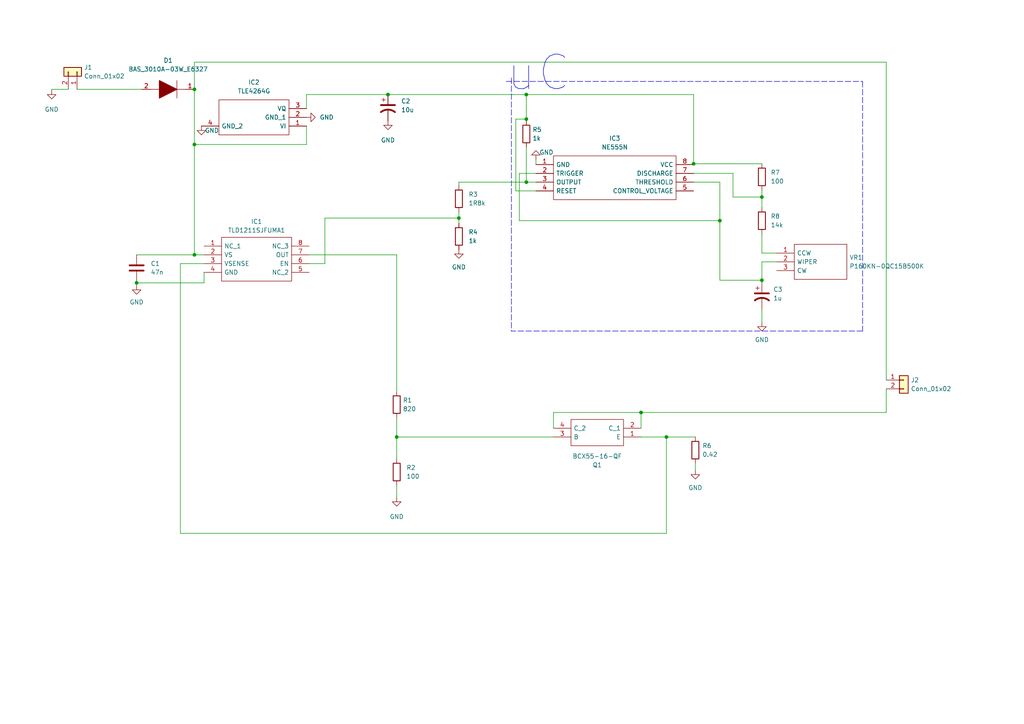
<source format=kicad_sch>
(kicad_sch (version 20211123) (generator eeschema)
  (paper "A4")
  (lib_symbols
    (symbol "Connector_Generic:Conn_01x02" (pin_names (offset 1.016) hide)
      (property "Reference" "J" (at 0 2.54 0))
      (property "Value" "Conn_01x02" (at 0 -5.08 0))
      (symbol "Conn_01x02_1_1"
        (rectangle (start -1.27 -2.413) (end 0 -2.667) (stroke (width 0.1524)))
        (rectangle (start -1.27 0.127) (end 0 -0.127) (stroke (width 0.1524)))
        (rectangle (start -1.27 1.27) (end 1.27 -3.81) (stroke (width 0.254)) (fill (type background)))
        (pin passive line (at -5.08 0 0) (length 3.81) (name "Pin_1") (number "1"))
        (pin passive line (at -5.08 -2.54 0) (length 3.81) (name "Pin_2") (number "2"))
      )
    )
    (symbol "Device:C" (pin_numbers hide) (pin_names (offset 0.254))
      (property "Reference" "C" (at 0.635 2.54 0))
      (property "Value" "C" (at 0.635 -2.54 0))
      (symbol "C_0_1"
        (polyline (pts (xy -2.032 -0.762) (xy 2.032 -0.762)) (stroke (width 0.508)))
        (polyline (pts (xy -2.032 0.762) (xy 2.032 0.762)) (stroke (width 0.508)))
      )
      (symbol "C_1_1"
        (pin passive line (at 0 3.81 270) (length 2.794) (name "~") (number "1"))
        (pin passive line (at 0 -3.81 90) (length 2.794) (name "~") (number "2"))
      )
    )
    (symbol "Device:C_Polarized_US" (pin_numbers hide) (pin_names (offset 0.254) hide)
      (property "Reference" "C" (at 0.635 2.54 0))
      (property "Value" "C_Polarized_US" (at 0.635 -2.54 0))
      (symbol "C_Polarized_US_0_1"
        (polyline (pts (xy -2.032 0.762) (xy 2.032 0.762)) (stroke (width 0.508)))
        (polyline (pts (xy -1.778 2.286) (xy -0.762 2.286)))
        (polyline (pts (xy -1.27 1.778) (xy -1.27 2.794)))
        (arc (start 2.032 -1.27) (mid 0 -0.5572) (end -2.032 -1.27) (stroke (width 0.508)))
      )
      (symbol "C_Polarized_US_1_1"
        (pin passive line (at 0 3.81 270) (length 2.794) (name "~") (number "1"))
        (pin passive line (at 0 -3.81 90) (length 3.302) (name "~") (number "2"))
      )
    )
    (symbol "Device:R" (pin_numbers hide) (pin_names (offset 0))
      (property "Reference" "R" (at 2.032 0 90))
      (property "Value" "R" (at 0 0 90))
      (symbol "R_0_1"
        (rectangle (start -1.016 -2.54) (end 1.016 2.54) (stroke (width 0.254)))
      )
      (symbol "R_1_1"
        (pin passive line (at 0 3.81 270) (length 1.27) (name "~") (number "1"))
        (pin passive line (at 0 -3.81 90) (length 1.27) (name "~") (number "2"))
      )
    )
    (symbol "power:GND" (power) (pin_names (offset 0))
      (property "Value" "GND" (at 0 -3.81 0))
      (symbol "GND_0_1"
        (polyline (pts (xy 0 0) (xy 0 -1.27) (xy 1.27 -1.27) (xy 0 -2.54) (xy -1.27 -1.27) (xy 0 -1.27)))
      )
      (symbol "GND_1_1"
        (pin power_in line (at 0 0 270) (length 0) hide (name "GND") (number "1"))
      )
    )
    (symbol "İNDİRİLENLER:BAS_3010A-03W_E6327" (pin_names (offset 0.762))
      (property "Reference" "D" (at 11.43 5.08 0))
      (property "Value" "BAS_3010A-03W_E6327" (at 11.43 2.54 0))
      (symbol "BAS_3010A-03W_E6327_0_0"
        (pin passive line (at 0 0 0) (length 2.54) (name "~") (number "1"))
        (pin passive line (at 15.24 0 180) (length 2.54) (name "~") (number "2"))
      )
      (symbol "BAS_3010A-03W_E6327_0_1"
        (polyline (pts (xy 2.54 0) (xy 5.08 0)) (stroke (width 0.1524)))
        (polyline (pts (xy 5.08 2.54) (xy 5.08 -2.54)) (stroke (width 0.1524)))
        (polyline (pts (xy 10.16 0) (xy 12.7 0)) (stroke (width 0.1524)))
        (polyline (pts (xy 5.08 0) (xy 10.16 2.54) (xy 10.16 -2.54) (xy 5.08 0)) (stroke (width 0.254)) (fill (type outline)))
      )
    )
    (symbol "İNDİRİLENLER:BCX55-16-QF" (pin_names (offset 0.762))
      (property "Reference" "Q" (at 21.59 7.62 0))
      (property "Value" "BCX55-16-QF" (at 21.59 5.08 0))
      (symbol "BCX55-16-QF_0_0"
        (pin passive line (at 0 0 0) (length 5.08) (name "E") (number "1"))
        (pin passive line (at 0 -2.54 0) (length 5.08) (name "C_1") (number "2"))
        (pin passive line (at 25.4 0 180) (length 5.08) (name "B") (number "3"))
        (pin passive line (at 25.4 -2.54 180) (length 5.08) (name "C_2") (number "4"))
      )
      (symbol "BCX55-16-QF_0_1"
        (polyline (pts (xy 5.08 2.54) (xy 20.32 2.54) (xy 20.32 -5.08) (xy 5.08 -5.08) (xy 5.08 2.54)) (stroke (width 0.1524)))
      )
    )
    (symbol "İNDİRİLENLER:NE555N" (pin_names (offset 0.762))
      (property "Reference" "IC" (at 41.91 7.62 0))
      (property "Value" "NE555N" (at 41.91 5.08 0))
      (symbol "NE555N_0_0"
        (pin passive line (at 0 0 0) (length 5.08) (name "GND") (number "1"))
        (pin passive line (at 0 -2.54 0) (length 5.08) (name "TRIGGER") (number "2"))
        (pin passive line (at 0 -5.08 0) (length 5.08) (name "OUTPUT") (number "3"))
        (pin passive line (at 0 -7.62 0) (length 5.08) (name "RESET") (number "4"))
        (pin passive line (at 45.72 -7.62 180) (length 5.08) (name "CONTROL_VOLTAGE") (number "5"))
        (pin passive line (at 45.72 -5.08 180) (length 5.08) (name "THRESHOLD") (number "6"))
        (pin passive line (at 45.72 -2.54 180) (length 5.08) (name "DISCHARGE") (number "7"))
        (pin passive line (at 45.72 0 180) (length 5.08) (name "VCC") (number "8"))
      )
      (symbol "NE555N_0_1"
        (polyline (pts (xy 5.08 2.54) (xy 40.64 2.54) (xy 40.64 -10.16) (xy 5.08 -10.16) (xy 5.08 2.54)) (stroke (width 0.1524)))
      )
    )
    (symbol "İNDİRİLENLER:P160KN-0QC15B500K" (pin_names (offset 0.762))
      (property "Reference" "VR" (at 21.59 7.62 0))
      (property "Value" "P160KN-0QC15B500K" (at 21.59 5.08 0))
      (symbol "P160KN-0QC15B500K_0_0"
        (pin passive line (at 0 0 0) (length 5.08) (name "CCW") (number "1"))
        (pin passive line (at 0 -2.54 0) (length 5.08) (name "WIPER") (number "2"))
        (pin passive line (at 0 -5.08 0) (length 5.08) (name "CW") (number "3"))
      )
      (symbol "P160KN-0QC15B500K_0_1"
        (polyline (pts (xy 5.08 2.54) (xy 20.32 2.54) (xy 20.32 -7.62) (xy 5.08 -7.62) (xy 5.08 2.54)) (stroke (width 0.1524)))
      )
    )
    (symbol "İNDİRİLENLER:TLD1211SJFUMA1" (pin_names (offset 0.762))
      (property "Reference" "IC" (at 26.67 7.62 0))
      (property "Value" "TLD1211SJFUMA1" (at 26.67 5.08 0))
      (symbol "TLD1211SJFUMA1_0_0"
        (pin passive line (at 0 0 0) (length 5.08) (name "NC_1") (number "1"))
        (pin passive line (at 0 -2.54 0) (length 5.08) (name "VS") (number "2"))
        (pin passive line (at 0 -5.08 0) (length 5.08) (name "VSENSE") (number "3"))
        (pin passive line (at 0 -7.62 0) (length 5.08) (name "GND") (number "4"))
        (pin passive line (at 30.48 -7.62 180) (length 5.08) (name "NC_2") (number "5"))
        (pin passive line (at 30.48 -5.08 180) (length 5.08) (name "EN") (number "6"))
        (pin passive line (at 30.48 -2.54 180) (length 5.08) (name "OUT") (number "7"))
        (pin passive line (at 30.48 0 180) (length 5.08) (name "NC_3") (number "8"))
      )
      (symbol "TLD1211SJFUMA1_0_1"
        (polyline (pts (xy 5.08 2.54) (xy 25.4 2.54) (xy 25.4 -10.16) (xy 5.08 -10.16) (xy 5.08 2.54)) (stroke (width 0.1524)))
      )
    )
    (symbol "İNDİRİLENLER:TLE4264G" (pin_names (offset 0.762))
      (property "Reference" "IC" (at 26.67 7.62 0))
      (property "Value" "TLE4264G" (at 26.67 5.08 0))
      (symbol "TLE4264G_0_0"
        (pin passive line (at 0 0 0) (length 5.08) (name "VI") (number "1"))
        (pin passive line (at 0 -2.54 0) (length 5.08) (name "GND_1") (number "2"))
        (pin passive line (at 0 -5.08 0) (length 5.08) (name "VQ") (number "3"))
        (pin passive line (at 30.48 0 180) (length 5.08) (name "GND_2") (number "4"))
      )
      (symbol "TLE4264G_0_1"
        (polyline (pts (xy 5.08 2.54) (xy 25.4 2.54) (xy 25.4 -7.62) (xy 5.08 -7.62) (xy 5.08 2.54)) (stroke (width 0.1524)))
      )
    )
  )
  (junction (at 56.388 41.91))
  (junction (at 115.062 126.746))
  (junction (at 220.98 81.28))
  (junction (at 201.168 47.498))
  (junction (at 208.788 64.008))
  (junction (at 133.096 63.246))
  (junction (at 56.388 25.908))
  (junction (at 220.98 57.15))
  (junction (at 152.654 52.832))
  (junction (at 193.294 126.746))
  (junction (at 152.654 27.432))
  (junction (at 152.654 34.544))
  (junction (at 185.928 119.634))
  (junction (at 56.388 73.914))
  (junction (at 112.522 27.432))
  (junction (at 39.624 82.042))
  (wire (pts (xy 56.388 25.908) (xy 56.388 18.034)))
  (wire (pts (xy 115.062 126.746) (xy 115.062 133.096)))
  (wire (pts (xy 185.928 126.746) (xy 193.294 126.746)))
  (wire (pts (xy 115.062 140.716) (xy 115.062 144.272)))
  (polyline (pts (xy 250.19 96.012) (xy 148.336 96.012)))
  (wire (pts (xy 150.622 50.292) (xy 155.448 50.292)))
  (wire (pts (xy 201.168 47.752) (xy 201.168 47.498)))
  (wire (pts (xy 112.522 27.432) (xy 152.654 27.432)))
  (wire (pts (xy 88.9 31.496) (xy 88.9 27.432)))
  (wire (pts (xy 56.388 41.91) (xy 56.388 73.914)))
  (wire (pts (xy 193.294 154.686) (xy 193.294 126.746)))
  (wire (pts (xy 212.598 50.292) (xy 212.598 57.15)))
  (wire (pts (xy 225.298 75.946) (xy 220.98 75.946)))
  (wire (pts (xy 152.654 34.544) (xy 152.654 35.052)))
  (wire (pts (xy 59.182 76.454) (xy 52.324 76.454)))
  (wire (pts (xy 208.788 64.008) (xy 208.788 81.28)))
  (wire (pts (xy 160.528 124.206) (xy 160.528 119.634)))
  (wire (pts (xy 89.662 73.914) (xy 115.062 73.914)))
  (wire (pts (xy 152.654 42.672) (xy 152.654 52.832)))
  (wire (pts (xy 220.98 75.946) (xy 220.98 81.28)))
  (wire (pts (xy 201.168 47.498) (xy 201.168 27.432)))
  (wire (pts (xy 201.168 52.832) (xy 208.788 52.832)))
  (wire (pts (xy 150.622 64.008) (xy 150.622 50.292)))
  (wire (pts (xy 88.9 36.576) (xy 88.9 41.91)))
  (wire (pts (xy 152.654 27.432) (xy 152.654 34.544)))
  (wire (pts (xy 220.98 55.118) (xy 220.98 57.15)))
  (wire (pts (xy 152.654 52.832) (xy 133.096 52.832)))
  (wire (pts (xy 94.234 63.246) (xy 94.234 76.454)))
  (wire (pts (xy 39.624 82.042) (xy 59.182 82.042)))
  (wire (pts (xy 133.096 63.246) (xy 133.096 64.77)))
  (wire (pts (xy 59.182 73.914) (xy 56.388 73.914)))
  (wire (pts (xy 39.624 73.914) (xy 56.388 73.914)))
  (wire (pts (xy 133.096 61.468) (xy 133.096 63.246)))
  (polyline (pts (xy 146.812 23.622) (xy 250.19 23.622)))
  (wire (pts (xy 39.624 82.042) (xy 39.624 81.534)))
  (wire (pts (xy 14.986 25.908) (xy 14.986 26.162)))
  (wire (pts (xy 115.062 73.914) (xy 115.062 113.538)))
  (wire (pts (xy 56.388 41.91) (xy 56.388 25.908)))
  (wire (pts (xy 22.352 25.908) (xy 41.148 25.908)))
  (wire (pts (xy 52.324 76.454) (xy 52.324 154.686)))
  (wire (pts (xy 152.654 52.832) (xy 155.448 52.832)))
  (wire (pts (xy 155.448 46.228) (xy 155.448 47.752)))
  (wire (pts (xy 185.928 119.634) (xy 185.928 124.206)))
  (wire (pts (xy 88.9 27.432) (xy 112.522 27.432)))
  (wire (pts (xy 39.624 82.804) (xy 39.624 82.042)))
  (wire (pts (xy 59.182 78.994) (xy 59.182 82.042)))
  (wire (pts (xy 201.168 47.498) (xy 220.98 47.498)))
  (wire (pts (xy 133.096 63.246) (xy 94.234 63.246)))
  (wire (pts (xy 149.606 34.544) (xy 152.654 34.544)))
  (wire (pts (xy 155.448 55.372) (xy 149.606 55.372)))
  (wire (pts (xy 115.062 126.746) (xy 160.528 126.746)))
  (wire (pts (xy 201.676 134.366) (xy 201.676 136.398)))
  (wire (pts (xy 88.9 41.91) (xy 56.388 41.91)))
  (wire (pts (xy 257.048 119.634) (xy 185.928 119.634)))
  (wire (pts (xy 257.048 18.034) (xy 257.048 110.236)))
  (wire (pts (xy 201.168 27.432) (xy 152.654 27.432)))
  (wire (pts (xy 149.606 55.372) (xy 149.606 34.544)))
  (wire (pts (xy 56.388 18.034) (xy 257.048 18.034)))
  (wire (pts (xy 220.98 67.818) (xy 220.98 73.406)))
  (wire (pts (xy 220.98 73.406) (xy 225.298 73.406)))
  (wire (pts (xy 208.788 64.008) (xy 150.622 64.008)))
  (wire (pts (xy 220.98 81.28) (xy 220.98 82.042)))
  (wire (pts (xy 220.98 57.15) (xy 220.98 60.198)))
  (polyline (pts (xy 250.19 23.622) (xy 250.19 96.012)))
  (wire (pts (xy 133.096 52.832) (xy 133.096 53.848)))
  (wire (pts (xy 220.98 89.662) (xy 220.98 93.472)))
  (wire (pts (xy 94.234 76.454) (xy 89.662 76.454)))
  (wire (pts (xy 212.598 57.15) (xy 220.98 57.15)))
  (wire (pts (xy 201.168 50.292) (xy 212.598 50.292)))
  (wire (pts (xy 193.294 126.746) (xy 201.676 126.746)))
  (wire (pts (xy 115.062 121.158) (xy 115.062 126.746)))
  (wire (pts (xy 160.528 119.634) (xy 185.928 119.634)))
  (wire (pts (xy 19.812 25.908) (xy 14.986 25.908)))
  (wire (pts (xy 208.788 52.832) (xy 208.788 64.008)))
  (wire (pts (xy 52.324 154.686) (xy 193.294 154.686)))
  (wire (pts (xy 257.048 112.776) (xy 257.048 119.634)))
  (wire (pts (xy 208.788 81.28) (xy 220.98 81.28)))
  (polyline (pts (xy 148.336 22.606) (xy 148.336 96.012)))
  (text "uC" (at 146.558 27.178 0) (effects (font (size 10 10)) (justify left bottom)))
  (symbol (lib_id "İNDİRİLENLER:P160KN-0QC15B500K") (at 225.298 73.406 0) (unit 1)
    (property "Reference" "VR1" (at 246.38 74.6759 0) (effects (justify left)))
    (property "Value" "P160KN-0QC15B500K" (at 246.38 77.2159 0) (effects (justify left)))
    (property "Footprint" "İNDİRİLENLER:P160KN0QC15B500K" (effects hide))
    (property "Datasheet" "http://www.farnell.com/datasheets/2331843.pdf" (effects hide))
    (property "Description" "Rotary Potentionmeter" (effects hide))
    (property "Height" "21" (effects hide))
    (property "Manufacturer_Name" "TT Electronics" (effects hide))
    (property "Manufacturer_Part_Number" "P160KN-0QC15B500K" (effects hide))
    (property "Mouser Part Number" "858-P160KN0QC15B500K" (effects hide))
    (property "Mouser Price/Stock" "https://www.mouser.co.uk/ProductDetail/BI-Technologies-TT-Electronics/P160KN-0QC15B500K?qs=%252BUYXD5bnyXqrvTnJjhEsOw%3D%3D" (effects hide))
    (property "Arrow Part Number" "P160KN-0QC15B500K" (effects hide))
    (property "Arrow Price/Stock" "https://www.arrow.com/en/products/p160kn-0qc15b500k/bi-technologies?region=nac" (effects hide))
  )
  (symbol (lib_id "Device:C_Polarized_US") (at 112.522 31.242 0) (unit 1)
    (property "Reference" "C2" (at 116.332 29.3369 0) (effects (justify left)))
    (property "Value" "10u" (at 116.332 31.8769 0) (effects (justify left)))
    (property "Footprint" "Capacitor_THT:CP_Radial_D10.0mm_P2.50mm" (effects hide))
  )
  (symbol (lib_id "power:GND") (at 115.062 144.272 0) (unit 1)
    (property "Reference" "#PWR06" (effects hide))
    (property "Value" "GND" (at 115.062 149.86 0))
  )
  (symbol (lib_id "Device:R") (at 115.062 136.906 0) (unit 1)
    (property "Reference" "R2" (at 117.856 135.6359 0) (effects (justify left)))
    (property "Value" "100" (at 117.856 138.1759 0) (effects (justify left)))
    (property "Footprint" "Resistor_THT:R_Axial_DIN0309_L9.0mm_D3.2mm_P12.70mm_Horizontal" (effects hide))
  )
  (symbol (lib_id "Device:C_Polarized_US") (at 220.98 85.852 0) (unit 1)
    (property "Reference" "C3" (at 224.282 83.9469 0) (effects (justify left)))
    (property "Value" "1u" (at 224.282 86.4869 0) (effects (justify left)))
    (property "Footprint" "Capacitor_THT:CP_Radial_D10.0mm_P2.50mm" (effects hide))
  )
  (symbol (lib_id "Device:R") (at 133.096 57.658 0) (unit 1)
    (property "Reference" "R3" (at 135.89 56.3879 0) (effects (justify left)))
    (property "Value" "1R8k" (at 135.89 58.9279 0) (effects (justify left)))
    (property "Footprint" "Resistor_THT:R_Axial_DIN0309_L9.0mm_D3.2mm_P12.70mm_Horizontal" (effects hide))
  )
  (symbol (lib_id "Connector_Generic:Conn_01x02") (at 22.352 20.828 270) (mirror x) (unit 1)
    (property "Reference" "J1" (at 24.384 19.5579 90) (effects (justify left)))
    (property "Value" "Conn_01x02" (at 24.384 22.0979 90) (effects (justify left)))
    (property "Footprint" "Connector_PinHeader_2.54mm:PinHeader_1x02_P2.54mm_Vertical" (effects hide))
  )
  (symbol (lib_id "Device:R") (at 220.98 64.008 0) (unit 1)
    (property "Reference" "R8" (at 223.52 62.7379 0) (effects (justify left)))
    (property "Value" "14k" (at 223.52 65.2779 0) (effects (justify left)))
    (property "Footprint" "Resistor_THT:R_Axial_DIN0309_L9.0mm_D3.2mm_P12.70mm_Horizontal" (effects hide))
  )
  (symbol (lib_id "power:GND") (at 133.096 72.39 0) (unit 1)
    (property "Reference" "#PWR07" (effects hide))
    (property "Value" "GND" (at 133.096 77.47 0))
  )
  (symbol (lib_id "power:GND") (at 220.98 93.472 0) (unit 1)
    (property "Reference" "#PWR010" (effects hide))
    (property "Value" "GND" (at 220.98 98.552 0))
  )
  (symbol (lib_id "Device:R") (at 152.654 38.862 0) (unit 1)
    (property "Reference" "R5" (at 154.432 37.5919 0) (effects (justify left)))
    (property "Value" "1k" (at 154.432 40.1319 0) (effects (justify left)))
    (property "Footprint" "Resistor_THT:R_Axial_DIN0309_L9.0mm_D3.2mm_P12.70mm_Horizontal" (effects hide))
  )
  (symbol (lib_id "power:GND") (at 155.448 46.228 180) (unit 1)
    (property "Reference" "#PWR08" (effects hide))
    (property "Value" "GND" (at 158.496 44.196 0))
  )
  (symbol (lib_id "İNDİRİLENLER:NE555N") (at 155.448 47.752 0) (unit 1)
    (property "Reference" "IC3" (at 178.308 40.132 0))
    (property "Value" "NE555N" (at 178.308 42.672 0))
    (property "Footprint" "İNDİRİLENLER:NE555N-PDIP" (effects hide))
    (property "Datasheet" "https://componentsearchengine.com/Datasheets/2/NE555N.pdf" (effects hide))
    (property "Description" "STMICROELECTRONICS - NE555N - IC, TIMER" (effects hide))
    (property "Height" "5.33" (effects hide))
    (property "Manufacturer_Name" "STMicroelectronics" (effects hide))
    (property "Manufacturer_Part_Number" "NE555N" (effects hide))
    (property "Mouser Part Number" "511-NE555N" (effects hide))
    (property "Mouser Price/Stock" "https://www.mouser.co.uk/ProductDetail/STMicroelectronics/NE555N?qs=SP3%2FkIPScMFDoVAQMF8LGw%3D%3D" (effects hide))
  )
  (symbol (lib_id "power:GND") (at 39.624 82.804 0) (unit 1)
    (property "Reference" "#PWR02" (effects hide))
    (property "Value" "GND" (at 39.624 87.63 0))
  )
  (symbol (lib_id "power:GND") (at 201.676 136.398 0) (unit 1)
    (property "Reference" "#PWR09" (effects hide))
    (property "Value" "GND" (at 201.676 141.478 0))
  )
  (symbol (lib_id "Device:R") (at 115.062 117.348 0) (unit 1)
    (property "Reference" "R1" (at 116.84 116.0779 0) (effects (justify left)))
    (property "Value" "820" (at 116.84 118.6179 0) (effects (justify left)))
    (property "Footprint" "Resistor_THT:R_Axial_DIN0309_L9.0mm_D3.2mm_P12.70mm_Horizontal" (effects hide))
  )
  (symbol (lib_id "Connector_Generic:Conn_01x02") (at 262.128 110.236 0) (unit 1)
    (property "Reference" "J2" (at 264.16 110.2359 0) (effects (justify left)))
    (property "Value" "Conn_01x02" (at 264.16 112.7759 0) (effects (justify left)))
    (property "Footprint" "Connector_PinHeader_2.54mm:PinHeader_1x02_P2.54mm_Vertical" (effects hide))
  )
  (symbol (lib_id "İNDİRİLENLER:BAS_3010A-03W_E6327") (at 56.388 25.908 180) (unit 1)
    (property "Reference" "D1" (at 48.768 17.526 0))
    (property "Value" "BAS_3010A-03W_E6327" (at 48.768 20.066 0))
    (property "Footprint" "İNDİRİLENLER:BAS30110A" (effects hide))
    (property "Datasheet" "https://componentsearchengine.com/Datasheets/2/BAS 3010A-03W E6327.pdf" (effects hide))
    (property "Description" "INFINEON - BAS 3010A-03W E6327 - RECTIFIER, SCHOTTKY, 1A, 30V, SOD-323" (effects hide))
    (property "Height" "1.1" (effects hide))
    (property "Manufacturer_Name" "Infineon" (effects hide))
    (property "Manufacturer_Part_Number" "BAS 3010A-03W E6327" (effects hide))
    (property "Mouser Part Number" "726-BAS3010A03WE6327" (effects hide))
    (property "Mouser Price/Stock" "https://www.mouser.co.uk/ProductDetail/Infineon-Technologies/BAS-3010A-03W-E6327?qs=mzcOS1kGbge3MsV1%2F9AeXw%3D%3D" (effects hide))
  )
  (symbol (lib_id "power:GND") (at 14.986 26.162 0) (unit 1)
    (property "Reference" "#PWR01" (effects hide))
    (property "Value" "GND" (at 14.986 31.75 0))
  )
  (symbol (lib_id "power:GND") (at 112.522 35.052 0) (unit 1)
    (property "Reference" "#PWR05" (effects hide))
    (property "Value" "GND" (at 112.522 40.64 0))
  )
  (symbol (lib_id "power:GND") (at 88.9 34.036 90) (unit 1)
    (property "Reference" "#PWR04" (effects hide))
    (property "Value" "GND" (at 92.71 34.0359 90) (effects (justify right)))
  )
  (symbol (lib_id "Device:R") (at 201.676 130.556 0) (unit 1)
    (property "Reference" "R6" (at 203.708 129.2859 0) (effects (justify left)))
    (property "Value" "0.42" (at 203.708 131.8259 0) (effects (justify left)))
    (property "Footprint" "Resistor_THT:R_Axial_DIN0309_L9.0mm_D3.2mm_P12.70mm_Horizontal" (effects hide))
  )
  (symbol (lib_id "İNDİRİLENLER:TLE4264G") (at 88.9 36.576 180) (unit 1)
    (property "Reference" "IC2" (at 73.66 23.876 0))
    (property "Value" "TLE4264G" (at 73.66 26.416 0))
    (property "Footprint" "İNDİRİLENLER:TLE4264" (effects hide))
    (property "Datasheet" "https://datasheet.datasheetarchive.com/originals/distributors/Datasheets-303/43537.pdf" (effects hide))
    (property "Description" "120mA,5V,LDO Voltage Regulator,TLE4264G TLE4264G, Low Dropout Voltage Regulator, 0.12A, 5 V +/-2%, 5.5  45 Vin, 4-Pin SOT-223" (effects hide))
    (property "Height" "1.8" (effects hide))
    (property "Manufacturer_Name" "Infineon" (effects hide))
    (property "Manufacturer_Part_Number" "TLE4264G" (effects hide))
    (property "Mouser Part Number" "726-TLE4264G" (effects hide))
    (property "Mouser Price/Stock" "https://www.mouser.co.uk/ProductDetail/Infineon-Technologies/TLE4264G?qs=3D22qUCSisCIACCN0Om0Vg%3D%3D" (effects hide))
  )
  (symbol (lib_id "İNDİRİLENLER:BCX55-16-QF") (at 185.928 126.746 180) (unit 1)
    (property "Reference" "Q1" (at 173.228 134.874 0))
    (property "Value" "BCX55-16-QF" (at 173.228 132.334 0))
    (property "Footprint" "İNDİRİLENLER:BCX5516QF" (effects hide))
    (property "Datasheet" "https://assets.nexperia.com/documents/data-sheet/BCX55-Q_SER.pdf" (effects hide))
    (property "Description" "60 V, 1 A NPN medium power transistors" (effects hide))
    (property "Height" "1.6" (effects hide))
    (property "Manufacturer_Name" "Nexperia" (effects hide))
    (property "Manufacturer_Part_Number" "BCX55-16-QF" (effects hide))
  )
  (symbol (lib_id "Device:C") (at 39.624 77.724 0) (unit 1)
    (property "Reference" "C1" (at 43.688 76.4539 0) (effects (justify left)))
    (property "Value" "47n" (at 43.688 78.9939 0) (effects (justify left)))
    (property "Footprint" "Capacitor_THT:C_Disc_D3.0mm_W2.0mm_P2.50mm" (effects hide))
  )
  (symbol (lib_id "Device:R") (at 220.98 51.308 0) (unit 1)
    (property "Reference" "R7" (at 223.52 50.0379 0) (effects (justify left)))
    (property "Value" "100" (at 223.52 52.5779 0) (effects (justify left)))
    (property "Footprint" "Resistor_THT:R_Axial_DIN0309_L9.0mm_D3.2mm_P12.70mm_Horizontal" (effects hide))
  )
  (symbol (lib_id "Device:R") (at 133.096 68.58 0) (unit 1)
    (property "Reference" "R4" (at 135.89 67.3099 0) (effects (justify left)))
    (property "Value" "1k" (at 135.89 69.8499 0) (effects (justify left)))
    (property "Footprint" "Resistor_THT:R_Axial_DIN0309_L9.0mm_D3.2mm_P12.70mm_Horizontal" (effects hide))
  )
  (symbol (lib_id "power:GND") (at 58.42 36.576 0) (unit 1)
    (property "Reference" "#PWR03" (effects hide))
    (property "Value" "GND" (at 61.468 37.846 0))
  )
  (symbol (lib_id "İNDİRİLENLER:TLD1211SJFUMA1") (at 59.182 71.374 0) (unit 1)
    (property "Reference" "IC1" (at 74.422 64.262 0))
    (property "Value" "TLD1211SJFUMA1" (at 74.422 66.802 0))
    (property "Footprint" "İNDİRİLENLER:TLD1211SJ" (effects hide))
    (property "Datasheet" "https://www.mouser.de/datasheet/2/196/Infineon_TLD1211SJ_DataSheet_v01_10_EN-3167365.pdf" (effects hide))
    (property "Description" "LED Lighting Drivers Infineon Basic LED Driver" (effects hide))
    (property "Height" "1.73" (effects hide))
    (property "Manufacturer_Name" "Infineon" (effects hide))
    (property "Manufacturer_Part_Number" "TLD1211SJFUMA1" (effects hide))
    (property "Mouser Part Number" "726-TLD1211SJFUMA1" (effects hide))
    (property "Mouser Price/Stock" "https://www.mouser.co.uk/ProductDetail/Infineon-Technologies/TLD1211SJFUMA1?qs=OwbwYO03UsKDepUc1TleBA%3D%3D" (effects hide))
    (property "Arrow Part Number" "TLD1211SJFUMA1" (effects hide))
    (property "Arrow Price/Stock" "https://www.arrow.com/en/products/tld1211sjfuma1/infineon-technologies-ag" (effects hide))
  )
)
</source>
